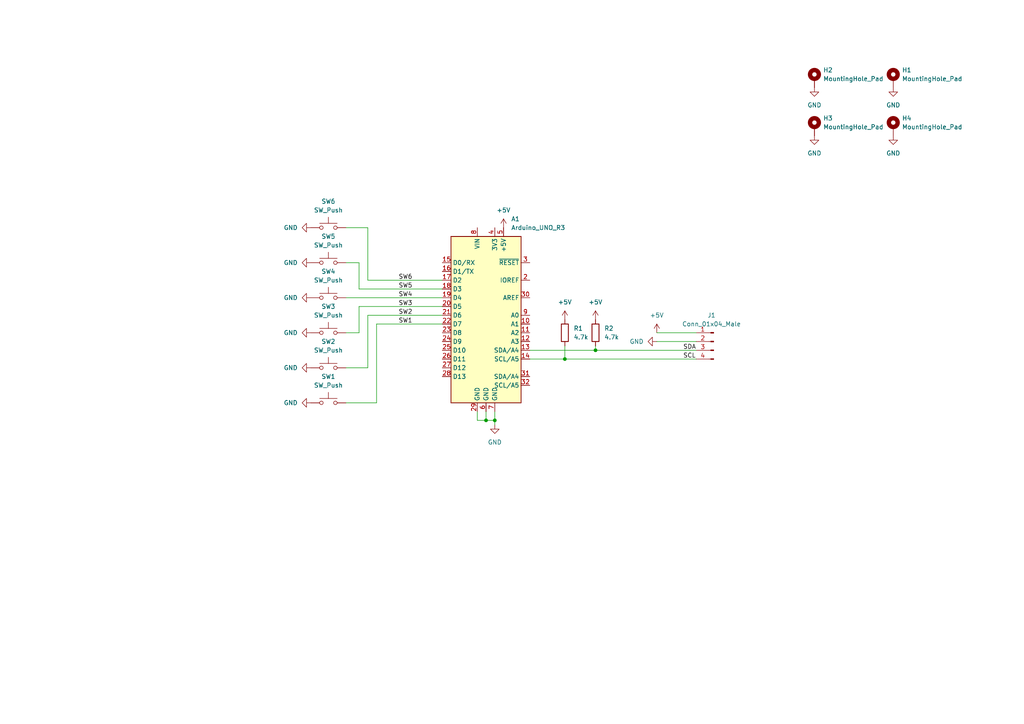
<source format=kicad_sch>
(kicad_sch (version 20230121) (generator eeschema)
  (paper "A4")
  (title_block (title "Arduino Gameboy") (date "2024-02-12") (rev "1.0") (company "Eik-Lab") (comment 1 "Drawn by: Christine Sande Isaksen"))
  (lib_symbols
    (symbol "Library:Arduino_UNO_R3"
      (property "Reference" "A" (at -10.16 23.495 0))
      (property "Value" "Arduino_UNO_R3" (at 5.08 -26.67 0))
      (symbol "Arduino_UNO_R3_0_1"
        (rectangle (start -10.16 22.86) (end 10.16 -25.4) (stroke (width 0.254)) (fill (type background)))
      )
      (symbol "Arduino_UNO_R3_1_1"
        (pin no_connect line (at -10.16 -20.32 0) (length 2.54) hide (name "NC") (number "1"))
        (pin bidirectional line (at 12.7 -2.54 180) (length 2.54) (name "A1") (number "10"))
        (pin bidirectional line (at 12.7 -5.08 180) (length 2.54) (name "A2") (number "11"))
        (pin bidirectional line (at 12.7 -7.62 180) (length 2.54) (name "A3") (number "12"))
        (pin bidirectional line (at 12.7 -10.16 180) (length 2.54) (name "SDA/A4") (number "13"))
        (pin bidirectional line (at 12.7 -12.7 180) (length 2.54) (name "SCL/A5") (number "14"))
        (pin bidirectional line (at -12.7 15.24 0) (length 2.54) (name "D0/RX") (number "15"))
        (pin bidirectional line (at -12.7 12.7 0) (length 2.54) (name "D1/TX") (number "16"))
        (pin bidirectional line (at -12.7 10.16 0) (length 2.54) (name "D2") (number "17"))
        (pin bidirectional line (at -12.7 7.62 0) (length 2.54) (name "D3") (number "18"))
        (pin bidirectional line (at -12.7 5.08 0) (length 2.54) (name "D4") (number "19"))
        (pin output line (at 12.7 10.16 180) (length 2.54) (name "IOREF") (number "2"))
        (pin bidirectional line (at -12.7 2.54 0) (length 2.54) (name "D5") (number "20"))
        (pin bidirectional line (at -12.7 0 0) (length 2.54) (name "D6") (number "21"))
        (pin bidirectional line (at -12.7 -2.54 0) (length 2.54) (name "D7") (number "22"))
        (pin bidirectional line (at -12.7 -5.08 0) (length 2.54) (name "D8") (number "23"))
        (pin bidirectional line (at -12.7 -7.62 0) (length 2.54) (name "D9") (number "24"))
        (pin bidirectional line (at -12.7 -10.16 0) (length 2.54) (name "D10") (number "25"))
        (pin bidirectional line (at -12.7 -12.7 0) (length 2.54) (name "D11") (number "26"))
        (pin bidirectional line (at -12.7 -15.24 0) (length 2.54) (name "D12") (number "27"))
        (pin bidirectional line (at -12.7 -17.78 0) (length 2.54) (name "D13") (number "28"))
        (pin power_in line (at -2.54 -27.94 90) (length 2.54) (name "GND") (number "29"))
        (pin input line (at 12.7 15.24 180) (length 2.54) (name "~{RESET}") (number "3"))
        (pin input line (at 12.7 5.08 180) (length 2.54) (name "AREF") (number "30"))
        (pin bidirectional line (at 12.7 -17.78 180) (length 2.54) (name "SDA/A4") (number "31"))
        (pin bidirectional line (at 12.7 -20.32 180) (length 2.54) (name "SCL/A5") (number "32"))
        (pin power_out line (at 2.54 25.4 270) (length 2.54) (name "3V3") (number "4"))
        (pin power_out line (at 5.08 25.4 270) (length 2.54) (name "+5V") (number "5"))
        (pin power_in line (at 0 -27.94 90) (length 2.54) (name "GND") (number "6"))
        (pin power_in line (at 2.54 -27.94 90) (length 2.54) (name "GND") (number "7"))
        (pin power_in line (at -2.54 25.4 270) (length 2.54) (name "VIN") (number "8"))
        (pin bidirectional line (at 12.7 0 180) (length 2.54) (name "A0") (number "9"))
      )
    )
    (symbol "Library:Conn_01x04_Male" (pin_names (offset 1.016) hide)
      (property "Reference" "J" (at 0 5.08 0))
      (property "Value" "Conn_01x04_Male" (at 0 -7.62 0))
      (symbol "Conn_01x04_Male_1_1"
        (polyline (pts (xy 1.27 -5.08) (xy 0.8636 -5.08)) (stroke (width 0.1524)))
        (polyline (pts (xy 1.27 -2.54) (xy 0.8636 -2.54)) (stroke (width 0.1524)))
        (polyline (pts (xy 1.27 0) (xy 0.8636 0)) (stroke (width 0.1524)))
        (polyline (pts (xy 1.27 2.54) (xy 0.8636 2.54)) (stroke (width 0.1524)))
        (rectangle (start 0.8636 -4.953) (end 0 -5.207) (stroke (width 0.1524)) (fill (type outline)))
        (rectangle (start 0.8636 -2.413) (end 0 -2.667) (stroke (width 0.1524)) (fill (type outline)))
        (rectangle (start 0.8636 0.127) (end 0 -0.127) (stroke (width 0.1524)) (fill (type outline)))
        (rectangle (start 0.8636 2.667) (end 0 2.413) (stroke (width 0.1524)) (fill (type outline)))
        (pin passive line (at 5.08 2.54 180) (length 3.81) (name "Pin_1") (number "1"))
        (pin passive line (at 5.08 0 180) (length 3.81) (name "Pin_2") (number "2"))
        (pin passive line (at 5.08 -2.54 180) (length 3.81) (name "Pin_3") (number "3"))
        (pin passive line (at 5.08 -5.08 180) (length 3.81) (name "Pin_4") (number "4"))
      )
    )
    (symbol "Library:MountingHole_Pad" (pin_numbers hide) (pin_names (offset 1.016) hide)
      (property "Reference" "H" (at 0 6.35 0))
      (property "Value" "MountingHole_Pad" (at 0 4.445 0))
      (symbol "MountingHole_Pad_0_1"
        (circle (center 0 1.27) (radius 1.27) (stroke (width 1.27)))
      )
      (symbol "MountingHole_Pad_1_1"
        (pin input line (at 0 -2.54 90) (length 2.54) (name "1") (number "1"))
      )
    )
    (symbol "Library:R" (pin_numbers hide) (pin_names (offset 0))
      (property "Reference" "R" (at 2.032 0 90))
      (property "Value" "R" (at 0 0 90))
      (symbol "R_0_1"
        (rectangle (start -1.016 -2.54) (end 1.016 2.54) (stroke (width 0.254)))
      )
      (symbol "R_1_1"
        (pin passive line (at 0 3.81 270) (length 1.27) (name "~") (number "1"))
        (pin passive line (at 0 -3.81 90) (length 1.27) (name "~") (number "2"))
      )
    )
    (symbol "Library:SW_Push" (pin_numbers hide) (pin_names (offset 1.016) hide)
      (property "Reference" "SW" (at 1.27 2.54 0))
      (property "Value" "SW_Push" (at 0 -1.524 0))
      (symbol "SW_Push_0_1"
        (circle (center -2.032 0) (radius 0.508))
        (polyline (pts (xy 0 1.27) (xy 0 3.048)))
        (polyline (pts (xy 2.54 1.27) (xy -2.54 1.27)))
        (circle (center 2.032 0) (radius 0.508))
        (pin passive line (at -5.08 0 0) (length 2.54) (name "1") (number "1"))
        (pin passive line (at 5.08 0 180) (length 2.54) (name "2") (number "2"))
      )
    )
    (symbol "power:+5V" (power) (pin_names (offset 0))
      (property "Value" "+5V" (at 0 3.556 0))
      (symbol "+5V_0_1"
        (polyline (pts (xy -0.762 1.27) (xy 0 2.54)))
        (polyline (pts (xy 0 0) (xy 0 2.54)))
        (polyline (pts (xy 0 2.54) (xy 0.762 1.27)))
      )
      (symbol "+5V_1_1"
        (pin power_in line (at 0 0 90) (length 0) hide (name "+5V") (number "1"))
      )
    )
    (symbol "power:GND" (power) (pin_names (offset 0))
      (property "Value" "GND" (at 0 -3.81 0))
      (symbol "GND_0_1"
        (polyline (pts (xy 0 0) (xy 0 -1.27) (xy 1.27 -1.27) (xy 0 -2.54) (xy -1.27 -1.27) (xy 0 -1.27)))
      )
      (symbol "GND_1_1"
        (pin power_in line (at 0 0 270) (length 0) hide (name "GND") (number "1"))
      )
    )
  )
  (junction (at 172.72 101.6))
  (junction (at 140.97 121.92))
  (junction (at 163.83 104.14))
  (junction (at 143.51 121.92))
  (wire (pts (xy 100.33 76.2) (xy 104.14 76.2)))
  (wire (pts (xy 104.14 88.9) (xy 104.14 96.52)))
  (wire (pts (xy 106.68 91.44) (xy 128.27 91.44)))
  (wire (pts (xy 138.43 119.38) (xy 138.43 121.92)))
  (wire (pts (xy 172.72 101.6) (xy 201.93 101.6)))
  (wire (pts (xy 100.33 106.68) (xy 106.68 106.68)))
  (wire (pts (xy 104.14 83.82) (xy 128.27 83.82)))
  (wire (pts (xy 128.27 88.9) (xy 104.14 88.9)))
  (wire (pts (xy 153.67 104.14) (xy 163.83 104.14)))
  (wire (pts (xy 100.33 86.36) (xy 128.27 86.36)))
  (wire (pts (xy 143.51 121.92) (xy 143.51 119.38)))
  (wire (pts (xy 163.83 100.33) (xy 163.83 104.14)))
  (wire (pts (xy 140.97 119.38) (xy 140.97 121.92)))
  (wire (pts (xy 104.14 96.52) (xy 100.33 96.52)))
  (wire (pts (xy 153.67 101.6) (xy 172.72 101.6)))
  (wire (pts (xy 100.33 116.84) (xy 109.22 116.84)))
  (wire (pts (xy 190.5 96.52) (xy 201.93 96.52)))
  (wire (pts (xy 140.97 121.92) (xy 143.51 121.92)))
  (wire (pts (xy 190.5 99.06) (xy 201.93 99.06)))
  (wire (pts (xy 104.14 76.2) (xy 104.14 83.82)))
  (wire (pts (xy 106.68 81.28) (xy 128.27 81.28)))
  (wire (pts (xy 109.22 93.98) (xy 128.27 93.98)))
  (wire (pts (xy 138.43 121.92) (xy 140.97 121.92)))
  (wire (pts (xy 109.22 116.84) (xy 109.22 93.98)))
  (wire (pts (xy 106.68 66.04) (xy 106.68 81.28)))
  (wire (pts (xy 143.51 123.19) (xy 143.51 121.92)))
  (wire (pts (xy 163.83 104.14) (xy 201.93 104.14)))
  (wire (pts (xy 100.33 66.04) (xy 106.68 66.04)))
  (wire (pts (xy 172.72 100.33) (xy 172.72 101.6)))
  (wire (pts (xy 106.68 106.68) (xy 106.68 91.44)))
  (label "SW3" (at 115.57 88.9 0))
  (label "SW2" (at 115.57 91.44 0))
  (label "SCL" (at 198.12 104.14 0))
  (label "SW4" (at 115.57 86.36 0))
  (label "SDA" (at 198.12 101.6 0))
  (label "SW5" (at 115.57 83.82 0))
  (label "SW6" (at 115.57 81.28 0))
  (label "SW1" (at 115.57 93.98 0))
  (symbol (lib_id "Library:SW_Push") (at 95.25 106.68 0) (mirror y) (unit 1)
    (property "Reference" "SW2" (at 95.25 99.06 0))
    (property "Value" "SW_Push" (at 95.25 101.6 0))
    (property "Footprint" "Button_Switch_THT:SW_PUSH-12mm" (effects hide))
  )
  (symbol (lib_id "power:GND") (at 236.22 25.4 0) (unit 1)
    (property "Reference" "#PWR013" (effects hide))
    (property "Value" "GND" (at 236.22 30.48 0))
  )
  (symbol (lib_id "power:GND") (at 236.22 39.37 0) (unit 1)
    (property "Reference" "#PWR015" (effects hide))
    (property "Value" "GND" (at 236.22 44.45 0))
  )
  (symbol (lib_id "Library:Arduino_UNO_R3") (at 140.97 91.44 0) (unit 1)
    (property "Reference" "A1" (at 148.2441 63.5 0) (effects (justify left)))
    (property "Value" "Arduino_UNO_R3" (at 148.2441 66.04 0) (effects (justify left)))
    (property "Footprint" "Module:Arduino_UNO_R3" (effects hide))
    (property "Datasheet" "https://www.arduino.cc/en/Main/arduinoBoardUno" (effects hide))
  )
  (symbol (lib_id "power:GND") (at 90.17 76.2 270) (unit 1)
    (property "Reference" "#PWR011" (effects hide))
    (property "Value" "GND" (at 86.36 76.2 90) (effects (justify right)))
  )
  (symbol (lib_id "power:GND") (at 90.17 86.36 270) (unit 1)
    (property "Reference" "#PWR010" (effects hide))
    (property "Value" "GND" (at 86.36 86.36 90) (effects (justify right)))
  )
  (symbol (lib_id "Library:MountingHole_Pad") (at 259.08 36.83 0) (unit 1)
    (property "Reference" "H4" (at 261.62 34.29 0) (effects (justify left)))
    (property "Value" "MountingHole_Pad" (at 261.62 36.83 0) (effects (justify left)))
    (property "Footprint" "MountingHole:MountingHole_3.2mm_M3_Pad_Via" (effects hide))
  )
  (symbol (lib_id "Library:R") (at 163.83 96.52 0) (unit 1)
    (property "Reference" "R1" (at 166.37 95.25 0) (effects (justify left)))
    (property "Value" "4.7k" (at 166.37 97.79 0) (effects (justify left)))
    (property "Footprint" "Resistor_THT:R_Axial_DIN0204_L3.6mm_D1.6mm_P7.62mm_Horizontal" (effects hide))
  )
  (symbol (lib_id "power:GND") (at 90.17 66.04 270) (unit 1)
    (property "Reference" "#PWR012" (effects hide))
    (property "Value" "GND" (at 86.36 66.04 90) (effects (justify right)))
  )
  (symbol (lib_id "power:+5V") (at 163.83 92.71 0) (unit 1)
    (property "Reference" "#PWR06" (effects hide))
    (property "Value" "+5V" (at 163.83 87.63 0))
  )
  (symbol (lib_id "power:GND") (at 143.51 123.19 0) (unit 1)
    (property "Reference" "#PWR02" (effects hide))
    (property "Value" "GND" (at 143.51 128.27 0))
  )
  (symbol (lib_id "power:+5V") (at 190.5 96.52 0) (unit 1)
    (property "Reference" "#PWR03" (effects hide))
    (property "Value" "+5V" (at 190.5 91.44 0))
  )
  (symbol (lib_id "Library:R") (at 172.72 96.52 0) (unit 1)
    (property "Reference" "R2" (at 175.26 95.25 0) (effects (justify left)))
    (property "Value" "4.7k" (at 175.26 97.79 0) (effects (justify left)))
    (property "Footprint" "Resistor_THT:R_Axial_DIN0204_L3.6mm_D1.6mm_P7.62mm_Horizontal" (effects hide))
  )
  (symbol (lib_id "Library:MountingHole_Pad") (at 236.22 36.83 0) (unit 1)
    (property "Reference" "H3" (at 238.76 34.29 0) (effects (justify left)))
    (property "Value" "MountingHole_Pad" (at 238.76 36.83 0) (effects (justify left)))
    (property "Footprint" "MountingHole:MountingHole_3.2mm_M3_Pad_Via" (effects hide))
  )
  (symbol (lib_id "power:GND") (at 90.17 116.84 270) (unit 1)
    (property "Reference" "#PWR07" (effects hide))
    (property "Value" "GND" (at 86.36 116.84 90) (effects (justify right)))
  )
  (symbol (lib_id "Library:SW_Push") (at 95.25 66.04 0) (mirror y) (unit 1)
    (property "Reference" "SW6" (at 95.25 58.42 0))
    (property "Value" "SW_Push" (at 95.25 60.96 0))
    (property "Footprint" "Button_Switch_THT:SW_PUSH-12mm" (effects hide))
  )
  (symbol (lib_id "power:GND") (at 259.08 25.4 0) (unit 1)
    (property "Reference" "#PWR014" (effects hide))
    (property "Value" "GND" (at 259.08 30.48 0))
  )
  (symbol (lib_id "Library:SW_Push") (at 95.25 116.84 0) (mirror y) (unit 1)
    (property "Reference" "SW1" (at 95.25 109.22 0))
    (property "Value" "SW_Push" (at 95.25 111.76 0))
    (property "Footprint" "Button_Switch_THT:SW_PUSH-12mm" (effects hide))
  )
  (symbol (lib_id "power:GND") (at 190.5 99.06 270) (unit 1)
    (property "Reference" "#PWR04" (effects hide))
    (property "Value" "GND" (at 186.69 99.06 90) (effects (justify right)))
  )
  (symbol (lib_id "Library:Conn_01x04_Male") (at 207.01 99.06 0) (mirror y) (unit 1)
    (property "Reference" "J1" (at 206.375 91.44 0))
    (property "Value" "Conn_01x04_Male" (at 206.375 93.98 0))
    (property "Footprint" "Connector_PinHeader_2.54mm:PinHeader_1x04_P2.54mm_Vertical" (effects hide))
  )
  (symbol (lib_id "power:GND") (at 90.17 96.52 270) (unit 1)
    (property "Reference" "#PWR09" (effects hide))
    (property "Value" "GND" (at 86.36 96.52 90) (effects (justify right)))
  )
  (symbol (lib_id "Library:MountingHole_Pad") (at 259.08 22.86 0) (unit 1)
    (property "Reference" "H1" (at 261.62 20.32 0) (effects (justify left)))
    (property "Value" "MountingHole_Pad" (at 261.62 22.86 0) (effects (justify left)))
    (property "Footprint" "MountingHole:MountingHole_3.2mm_M3_Pad_Via" (effects hide))
  )
  (symbol (lib_id "power:+5V") (at 146.05 66.04 0) (unit 1)
    (property "Reference" "#PWR01" (effects hide))
    (property "Value" "+5V" (at 146.05 60.96 0))
  )
  (symbol (lib_id "power:GND") (at 90.17 106.68 270) (unit 1)
    (property "Reference" "#PWR08" (effects hide))
    (property "Value" "GND" (at 86.36 106.68 90) (effects (justify right)))
  )
  (symbol (lib_id "Library:SW_Push") (at 95.25 86.36 0) (mirror y) (unit 1)
    (property "Reference" "SW4" (at 95.25 78.74 0))
    (property "Value" "SW_Push" (at 95.25 81.28 0))
    (property "Footprint" "Button_Switch_THT:SW_PUSH-12mm" (effects hide))
  )
  (symbol (lib_id "power:+5V") (at 172.72 92.71 0) (unit 1)
    (property "Reference" "#PWR05" (effects hide))
    (property "Value" "+5V" (at 172.72 87.63 0))
  )
  (symbol (lib_id "Library:SW_Push") (at 95.25 96.52 0) (mirror y) (unit 1)
    (property "Reference" "SW3" (at 95.25 88.9 0))
    (property "Value" "SW_Push" (at 95.25 91.44 0))
    (property "Footprint" "Button_Switch_THT:SW_PUSH-12mm" (effects hide))
  )
  (symbol (lib_id "Library:MountingHole_Pad") (at 236.22 22.86 0) (unit 1)
    (property "Reference" "H2" (at 238.76 20.32 0) (effects (justify left)))
    (property "Value" "MountingHole_Pad" (at 238.76 22.86 0) (effects (justify left)))
    (property "Footprint" "MountingHole:MountingHole_3.2mm_M3_Pad_Via" (effects hide))
  )
  (symbol (lib_id "power:GND") (at 259.08 39.37 0) (unit 1)
    (property "Reference" "#PWR016" (effects hide))
    (property "Value" "GND" (at 259.08 44.45 0))
  )
  (symbol (lib_id "Library:SW_Push") (at 95.25 76.2 0) (mirror y) (unit 1)
    (property "Reference" "SW5" (at 95.25 68.58 0))
    (property "Value" "SW_Push" (at 95.25 71.12 0))
    (property "Footprint" "Button_Switch_THT:SW_PUSH-12mm" (effects hide))
  )
)
</source>
